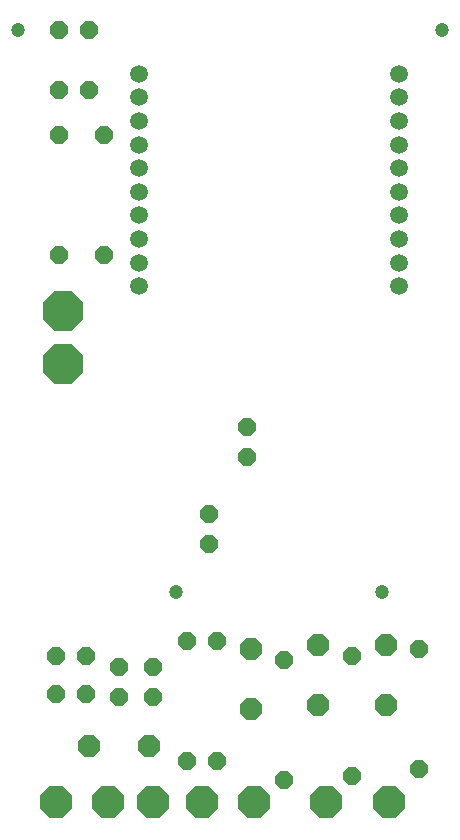
<source format=gbs>
G75*
%MOIN*%
%OFA0B0*%
%FSLAX25Y25*%
%IPPOS*%
%LPD*%
%AMOC8*
5,1,8,0,0,1.08239X$1,22.5*
%
%ADD10C,0.04737*%
%ADD11OC8,0.06000*%
%ADD12OC8,0.07100*%
%ADD13OC8,0.10800*%
%ADD14C,0.05950*%
%ADD15OC8,0.13300*%
D10*
X0069300Y0090550D03*
X0138050Y0090550D03*
X0158050Y0278050D03*
X0016800Y0278050D03*
D11*
X0030550Y0278050D03*
X0040550Y0278050D03*
X0040550Y0258050D03*
X0045550Y0243050D03*
X0030550Y0243050D03*
X0030550Y0258050D03*
X0030550Y0203050D03*
X0045550Y0203050D03*
X0093050Y0145550D03*
X0093050Y0135550D03*
X0080550Y0116800D03*
X0080550Y0106800D03*
X0083050Y0074300D03*
X0073050Y0074300D03*
X0061800Y0065550D03*
X0061800Y0055550D03*
X0050550Y0055550D03*
X0050550Y0065550D03*
X0039300Y0069300D03*
X0039300Y0056800D03*
X0029300Y0056800D03*
X0029300Y0069300D03*
X0073050Y0034300D03*
X0083050Y0034300D03*
X0105550Y0028050D03*
X0128050Y0029300D03*
X0150550Y0031800D03*
X0128050Y0069300D03*
X0105550Y0068050D03*
X0150550Y0071800D03*
D12*
X0139300Y0073050D03*
X0139300Y0053050D03*
X0116800Y0053050D03*
X0116800Y0073050D03*
X0094300Y0071800D03*
X0094300Y0051800D03*
X0060550Y0039300D03*
X0040550Y0039300D03*
D13*
X0029300Y0020550D03*
X0046800Y0020550D03*
X0061800Y0020550D03*
X0078050Y0020550D03*
X0095550Y0020550D03*
X0119300Y0020550D03*
X0140550Y0020550D03*
D14*
X0143857Y0192617D03*
X0143857Y0200491D03*
X0143857Y0208365D03*
X0143857Y0216239D03*
X0143857Y0224113D03*
X0143857Y0231987D03*
X0143857Y0239861D03*
X0143857Y0247735D03*
X0143857Y0255609D03*
X0143857Y0263483D03*
X0057243Y0263483D03*
X0057243Y0255609D03*
X0057243Y0247735D03*
X0057243Y0239861D03*
X0057243Y0231987D03*
X0057243Y0224113D03*
X0057243Y0216239D03*
X0057243Y0208365D03*
X0057243Y0200491D03*
X0057243Y0192617D03*
D15*
X0031800Y0184300D03*
X0031800Y0166800D03*
M02*

</source>
